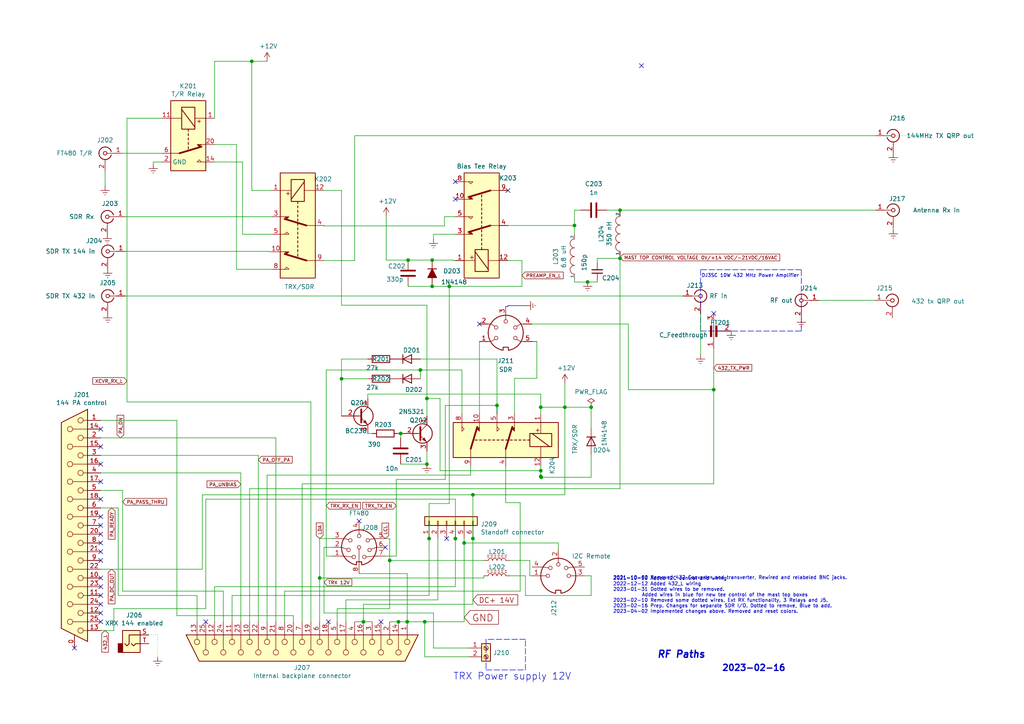
<source format=kicad_sch>
(kicad_sch (version 20230121) (generator eeschema)
  (paper "A4")
  (lib_symbols
    (symbol "AQsymbol-lib:Round-8" (pin_names (offset 1.016))
      (property "Reference" "J" (at 3.175 5.715 0))
      (property "Value" "Round-8" (at 2.032 -5.842 0))
      (symbol "Round-8_1_1"
        (pin passive line (at -7.62 -2.54 0) (length 2.54) (name "~") (number "1"))
        (pin passive line (at -7.62 0 0) (length 2.54) (name "~") (number "2"))
        (pin passive line (at -7.62 2.54 0) (length 2.54) (name "~") (number "3"))
        (pin passive line (at 0 7.62 270) (length 2.54) (name "~") (number "4"))
        (pin passive line (at 7.62 2.54 180) (length 2.54) (name "~") (number "5"))
        (pin passive line (at 7.62 0 180) (length 2.54) (name "~") (number "6"))
        (pin passive line (at 7.62 -2.54 180) (length 2.54) (name "~") (number "7"))
        (pin passive line (at 0 -7.62 90) (length 2.54) (name "~") (number "8"))
      )
    )
    (symbol "Connector:AudioJack2"
      (property "Reference" "J" (at 0 8.89 0))
      (property "Value" "AudioJack2" (at 0 6.35 0))
      (symbol "AudioJack2_1_1"
        (pin passive line (at 5.08 2.54 180) (length 2.54) (name "~") (number "S"))
        (pin passive line (at 5.08 0 180) (length 2.54) (name "~") (number "T"))
      )
    )
    (symbol "Connector:Conn_Coaxial" (pin_names (offset 1.016) hide)
      (property "Reference" "J" (at 0.254 3.048 0))
      (property "Value" "Conn_Coaxial" (at 2.921 0 90))
      (symbol "Conn_Coaxial_1_1"
        (pin passive line (at -5.08 0 0) (length 2.54) (name "In") (number "1"))
        (pin passive line (at 0 -5.08 90) (length 2.54) (name "Ext") (number "2"))
      )
    )
    (symbol "Connector:DB25_Female" (pin_names (offset 1.016) hide)
      (property "Reference" "J" (at 0 34.29 0))
      (property "Value" "DB25_Female" (at 0 -34.925 0))
      (symbol "DB25_Female_1_1"
        (pin passive line (at -7.62 30.48 0) (length 3.81) (name "1") (number "1"))
        (pin passive line (at -7.62 -15.24 0) (length 3.81) (name "10") (number "10"))
        (pin passive line (at -7.62 -20.32 0) (length 3.81) (name "11") (number "11"))
        (pin passive line (at -7.62 -25.4 0) (length 3.81) (name "12") (number "12"))
        (pin passive line (at -7.62 -30.48 0) (length 3.81) (name "13") (number "13"))
        (pin passive line (at -7.62 27.94 0) (length 3.81) (name "P14") (number "14"))
        (pin passive line (at -7.62 22.86 0) (length 3.81) (name "P15") (number "15"))
        (pin passive line (at -7.62 17.78 0) (length 3.81) (name "P16") (number "16"))
        (pin passive line (at -7.62 12.7 0) (length 3.81) (name "P17") (number "17"))
        (pin passive line (at -7.62 7.62 0) (length 3.81) (name "P18") (number "18"))
        (pin passive line (at -7.62 2.54 0) (length 3.81) (name "P19") (number "19"))
        (pin passive line (at -7.62 25.4 0) (length 3.81) (name "2") (number "2"))
        (pin passive line (at -7.62 -2.54 0) (length 3.81) (name "P20") (number "20"))
        (pin passive line (at -7.62 -7.62 0) (length 3.81) (name "P21") (number "21"))
        (pin passive line (at -7.62 -12.7 0) (length 3.81) (name "P22") (number "22"))
        (pin passive line (at -7.62 -17.78 0) (length 3.81) (name "P23") (number "23"))
        (pin passive line (at -7.62 -22.86 0) (length 3.81) (name "P24") (number "24"))
        (pin passive line (at -7.62 -27.94 0) (length 3.81) (name "P25") (number "25"))
        (pin passive line (at -7.62 20.32 0) (length 3.81) (name "3") (number "3"))
        (pin passive line (at -7.62 15.24 0) (length 3.81) (name "4") (number "4"))
        (pin passive line (at -7.62 10.16 0) (length 3.81) (name "5") (number "5"))
        (pin passive line (at -7.62 5.08 0) (length 3.81) (name "6") (number "6"))
        (pin passive line (at -7.62 0 0) (length 3.81) (name "7") (number "7"))
        (pin passive line (at -7.62 -5.08 0) (length 3.81) (name "8") (number "8"))
        (pin passive line (at -7.62 -10.16 0) (length 3.81) (name "9") (number "9"))
      )
    )
    (symbol "Connector:DB25_Female_MountingHoles" (pin_names (offset 1.016) hide)
      (property "Reference" "J" (at 0 36.83 0))
      (property "Value" "DB25_Female_MountingHoles" (at 0 34.925 0))
      (symbol "DB25_Female_MountingHoles_1_1"
        (pin passive line (at 0 -35.56 90) (length 3.81) (name "PAD") (number "0"))
        (pin passive line (at -7.62 30.48 0) (length 3.81) (name "1") (number "1"))
        (pin passive line (at -7.62 -15.24 0) (length 3.81) (name "10") (number "10"))
        (pin passive line (at -7.62 -20.32 0) (length 3.81) (name "11") (number "11"))
        (pin passive line (at -7.62 -25.4 0) (length 3.81) (name "12") (number "12"))
        (pin passive line (at -7.62 -30.48 0) (length 3.81) (name "13") (number "13"))
        (pin passive line (at -7.62 27.94 0) (length 3.81) (name "P14") (number "14"))
        (pin passive line (at -7.62 22.86 0) (length 3.81) (name "P15") (number "15"))
        (pin passive line (at -7.62 17.78 0) (length 3.81) (name "P16") (number "16"))
        (pin passive line (at -7.62 12.7 0) (length 3.81) (name "P17") (number "17"))
        (pin passive line (at -7.62 7.62 0) (length 3.81) (name "P18") (number "18"))
        (pin passive line (at -7.62 2.54 0) (length 3.81) (name "P19") (number "19"))
        (pin passive line (at -7.62 25.4 0) (length 3.81) (name "2") (number "2"))
        (pin passive line (at -7.62 -2.54 0) (length 3.81) (name "P20") (number "20"))
        (pin passive line (at -7.62 -7.62 0) (length 3.81) (name "P21") (number "21"))
        (pin passive line (at -7.62 -12.7 0) (length 3.81) (name "P22") (number "22"))
        (pin passive line (at -7.62 -17.78 0) (length 3.81) (name "P23") (number "23"))
        (pin passive line (at -7.62 -22.86 0) (length 3.81) (name "P24") (number "24"))
        (pin passive line (at -7.62 -27.94 0) (length 3.81) (name "P25") (number "25"))
        (pin passive line (at -7.62 20.32 0) (length 3.81) (name "3") (number "3"))
        (pin passive line (at -7.62 15.24 0) (length 3.81) (name "4") (number "4"))
        (pin passive line (at -7.62 10.16 0) (length 3.81) (name "5") (number "5"))
        (pin passive line (at -7.62 5.08 0) (length 3.81) (name "6") (number "6"))
        (pin passive line (at -7.62 0 0) (length 3.81) (name "7") (number "7"))
        (pin passive line (at -7.62 -5.08 0) (length 3.81) (name "8") (number "8"))
        (pin passive line (at -7.62 -10.16 0) (length 3.81) (name "9") (number "9"))
      )
    )
    (symbol "Connector:DIN-5" (pin_names (offset 1.016))
      (property "Reference" "J" (at 3.175 5.715 0))
      (property "Value" "DIN-5" (at 0 -6.35 0))
      (symbol "DIN-5_1_1"
        (pin passive line (at -7.62 -2.54 0) (length 2.54) (name "~") (number "1"))
        (pin passive line (at -7.62 2.54 0) (length 2.54) (name "~") (number "2"))
        (pin passive line (at 0 7.62 270) (length 2.54) (name "~") (number "3"))
        (pin passive line (at 7.62 2.54 180) (length 2.54) (name "~") (number "4"))
        (pin passive line (at 7.62 -2.54 180) (length 2.54) (name "~") (number "5"))
      )
    )
    (symbol "Connector:DIN-5_180degree" (pin_names (offset 1.016))
      (property "Reference" "J" (at 3.175 5.715 0))
      (property "Value" "DIN-5_180degree" (at 0 -6.35 0))
      (symbol "DIN-5_180degree_1_1"
        (pin passive line (at -7.62 0 0) (length 2.54) (name "~") (number "1"))
        (pin passive line (at 0 7.62 270) (length 2.54) (name "~") (number "2"))
        (pin passive line (at 7.62 0 180) (length 2.54) (name "~") (number "3"))
        (pin passive line (at -7.62 2.54 0) (length 2.54) (name "~") (number "4"))
        (pin passive line (at 7.62 2.54 180) (length 2.54) (name "~") (number "5"))
      )
    )
    (symbol "Connector:Screw_Terminal_01x02" (pin_names (offset 1.016) hide)
      (property "Reference" "J" (at 0 2.54 0))
      (property "Value" "Screw_Terminal_01x02" (at 0 -5.08 0))
      (symbol "Screw_Terminal_01x02_1_1"
        (pin passive line (at -5.08 0 0) (length 3.81) (name "Pin_1") (number "1"))
        (pin passive line (at -5.08 -2.54 0) (length 3.81) (name "Pin_2") (number "2"))
      )
    )
    (symbol "Connector_Generic:Conn_01x06" (pin_names (offset 1.016) hide)
      (property "Reference" "J" (at 0 7.62 0))
      (property "Value" "Conn_01x06" (at 0 -10.16 0))
      (symbol "Conn_01x06_1_1"
        (pin passive line (at -5.08 5.08 0) (length 3.81) (name "Pin_1") (number "1"))
        (pin passive line (at -5.08 2.54 0) (length 3.81) (name "Pin_2") (number "2"))
        (pin passive line (at -5.08 0 0) (length 3.81) (name "Pin_3") (number "3"))
        (pin passive line (at -5.08 -2.54 0) (length 3.81) (name "Pin_4") (number "4"))
        (pin passive line (at -5.08 -5.08 0) (length 3.81) (name "Pin_5") (number "5"))
        (pin passive line (at -5.08 -7.62 0) (length 3.81) (name "Pin_6") (number "6"))
      )
    )
    (symbol "Device:C" (pin_numbers hide) (pin_names (offset 0.254))
      (property "Reference" "C" (at 0.635 2.54 0))
      (property "Value" "C" (at 0.635 -2.54 0))
      (symbol "C_1_1"
        (pin passive line (at 0 3.81 270) (length 2.794) (name "~") (number "1"))
        (pin passive line (at 0 -3.81 90) (length 2.794) (name "~") (number "2"))
      )
    )
    (symbol "Device:C_Feedthrough" (pin_names (offset 0.254) hide)
      (property "Reference" "C" (at 0 7.62 0))
      (property "Value" "C_Feedthrough" (at 0 5.715 0))
      (symbol "C_Feedthrough_1_1"
        (pin passive line (at -5.08 2.54 0) (length 2.54) (name "1") (number "1"))
        (pin passive line (at 0 -2.54 90) (length 2.54) (name "2") (number "2"))
        (pin passive line (at 5.08 2.54 180) (length 2.54) (name "3") (number "3"))
      )
    )
    (symbol "Device:C_Small" (pin_numbers hide) (pin_names (offset 0.254) hide)
      (property "Reference" "C" (at 0.254 1.778 0))
      (property "Value" "C_Small" (at 0.254 -2.032 0))
      (symbol "C_Small_1_1"
        (pin passive line (at 0 2.54 270) (length 2.032) (name "~") (number "1"))
        (pin passive line (at 0 -2.54 90) (length 2.032) (name "~") (number "2"))
      )
    )
    (symbol "Device:D_Filled" (pin_numbers hide) (pin_names (offset 1.016) hide)
      (property "Reference" "D" (at 0 2.54 0))
      (property "Value" "D_Filled" (at 0 -2.54 0))
      (symbol "D_Filled_1_1"
        (pin passive line (at -3.81 0 0) (length 2.54) (name "K") (number "1"))
        (pin passive line (at 3.81 0 180) (length 2.54) (name "A") (number "2"))
      )
    )
    (symbol "Device:L_Ferrite" (pin_numbers hide) (pin_names (offset 1.016) hide)
      (property "Reference" "L" (at -1.27 0 90))
      (property "Value" "L_Ferrite" (at 2.794 0 90))
      (symbol "L_Ferrite_1_1"
        (pin passive line (at 0 3.81 270) (length 1.27) (name "1") (number "1"))
        (pin passive line (at 0 -3.81 90) (length 1.27) (name "2") (number "2"))
      )
    )
    (symbol "Device:R" (pin_numbers hide) (pin_names (offset 0))
      (property "Reference" "R" (at 2.032 0 90))
      (property "Value" "R" (at 0 0 90))
      (symbol "R_1_1"
        (pin passive line (at 0 3.81 270) (length 1.27) (name "~") (number "1"))
        (pin passive line (at 0 -3.81 90) (length 1.27) (name "~") (number "2"))
      )
    )
    (symbol "Diode:1N4148" (pin_numbers hide) (pin_names (offset 1.016) hide)
      (property "Reference" "D" (at 0 2.54 0))
      (property "Value" "1N4148" (at 0 -2.54 0))
      (symbol "1N4148_1_1"
        (pin passive line (at -3.81 0 0) (length 2.54) (name "K") (number "1"))
        (pin passive line (at 3.81 0 180) (length 2.54) (name "A") (number "2"))
      )
    )
    (symbol "Relay:G6S-2"
      (property "Reference" "K" (at 16.51 3.81 0))
      (property "Value" "G6S-2" (at 16.51 1.27 0))
      (symbol "G6S-2_0_0"
        (text "+" (at -9.271 2.921 0) (effects (font (size 1.27 1.27))))
      )
      (symbol "G6S-2_1_1"
        (pin passive line (at -10.16 7.62 270) (length 2.54) (name "~") (number "1"))
        (pin passive line (at 7.62 7.62 270) (length 2.54) (name "~") (number "10"))
        (pin passive line (at -10.16 -7.62 90) (length 2.54) (name "~") (number "12"))
        (pin passive line (at -2.54 7.62 270) (length 2.54) (name "~") (number "3"))
        (pin passive line (at 0 -7.62 90) (length 2.54) (name "~") (number "4"))
        (pin passive line (at 2.54 7.62 270) (length 2.54) (name "~") (number "5"))
        (pin passive line (at 12.7 7.62 270) (length 2.54) (name "~") (number "8"))
        (pin passive line (at 10.16 -7.62 90) (length 2.54) (name "~") (number "9"))
      )
    )
    (symbol "Relay:HF3-56"
      (property "Reference" "K" (at 11.43 3.81 0))
      (property "Value" "HF3-56" (at 11.43 1.27 0))
      (symbol "HF3-56_0_0"
        (text "+" (at -4.191 3.048 0) (effects (font (size 1.27 1.27))))
      )
      (symbol "HF3-56_1_1"
        (pin passive line (at -5.08 7.62 270) (length 2.54) (name "~") (number "1"))
        (pin passive line (at 7.62 -7.62 90) (length 2.54) hide (name "GND") (number "10"))
        (pin passive line (at -5.08 -7.62 90) (length 2.54) (name "~") (number "11"))
        (pin passive line (at 7.62 -7.62 90) (length 2.54) hide (name "GND") (number "12"))
        (pin passive line (at 7.62 -7.62 90) (length 2.54) hide (name "GND") (number "13"))
        (pin passive line (at 7.62 7.62 270) (length 2.54) (name "~") (number "14"))
        (pin passive line (at 7.62 -7.62 90) (length 2.54) hide (name "GND") (number "15"))
        (pin passive line (at 7.62 -7.62 90) (length 2.54) hide (name "GND") (number "17"))
        (pin passive line (at 7.62 -7.62 90) (length 2.54) hide (name "GND") (number "19"))
        (pin power_in line (at 7.62 -7.62 90) (length 2.54) (name "GND") (number "2"))
        (pin passive line (at 2.54 7.62 270) (length 2.54) (name "~") (number "20"))
        (pin passive line (at 7.62 -7.62 90) (length 2.54) hide (name "GND") (number "21"))
        (pin passive line (at 7.62 -7.62 90) (length 2.54) hide (name "GND") (number "22"))
        (pin passive line (at 7.62 -7.62 90) (length 2.54) hide (name "GND") (number "5"))
        (pin passive line (at 5.08 -7.62 90) (length 2.54) (name "~") (number "6"))
        (pin passive line (at 7.62 -7.62 90) (length 2.54) hide (name "GND") (number "7"))
      )
    )
    (symbol "Transistor_BJT:BC548" (pin_names (offset 0) hide)
      (property "Reference" "Q" (at 5.08 1.905 0))
      (property "Value" "BC548" (at 5.08 0 0))
      (symbol "BC548_1_1"
        (pin passive line (at 2.54 5.08 270) (length 2.54) (name "C") (number "1"))
        (pin input line (at -5.08 0 0) (length 5.08) (name "B") (number "2"))
        (pin passive line (at 2.54 -5.08 90) (length 2.54) (name "E") (number "3"))
      )
    )
    (symbol "power:+12V" (power) (pin_names (offset 0))
      (property "Value" "+12V" (at 0 3.556 0))
      (symbol "+12V_1_1"
        (pin power_in line (at 0 0 90) (length 0) hide (name "+12V") (number "1"))
      )
    )
    (symbol "power:Earth" (power) (pin_names (offset 0))
      (symbol "Earth_1_1"
        (pin power_in line (at 0 0 270) (length 0) hide (name "Earth") (number "1"))
      )
    )
    (symbol "power:PWR_FLAG" (power) (pin_numbers hide) (pin_names (offset 0) hide)
      (property "Value" "PWR_FLAG" (at 0 3.81 0))
      (symbol "PWR_FLAG_0_0"
        (pin power_out line (at 0 0 90) (length 0) (name "pwr") (number "1"))
      )
    )
    (symbol "pspice:INDUCTOR" (pin_numbers hide) (pin_names (offset 0))
      (property "Reference" "L" (at 0 2.54 0))
      (property "Value" "INDUCTOR" (at 0 -1.27 0))
      (symbol "INDUCTOR_1_1"
        (pin input line (at -6.35 0 0) (length 1.27) (name "1") (number "1"))
        (pin input line (at 6.35 0 180) (length 1.27) (name "2") (number "2"))
      )
    )
  )
  (junction (at 99.06 109.855))
  (junction (at 171.45 118.11))
  (junction (at 123.825 134.62))
  (junction (at 163.83 118.11) (diameter 0.9144))
  (junction (at 137.16 156.21) (diameter 0.9144))
  (junction (at 118.11 180.34) (diameter 0.9144))
  (junction (at 116.205 125.73))
  (junction (at 105.41 180.34) (diameter 0.9144))
  (junction (at 130.302 83.058))
  (junction (at 156.845 138.176))
  (junction (at 73.025 17.78))
  (junction (at 118.364 75.438))
  (junction (at 207.01 113.03))
  (junction (at 132.08 156.21))
  (junction (at 113.03 162.56) (diameter 0.9144))
  (junction (at 179.832 74.93))
  (junction (at 121.92 107.315))
  (junction (at 170.434 81.788))
  (junction (at 137.16 143.51) (diameter 0.9144))
  (junction (at 166.624 65.405))
  (junction (at 92.71 167.64))
  (junction (at 124.46 156.21))
  (junction (at 125.349 83.058) (diameter 0.9144))
  (junction (at 156.845 118.11))
  (junction (at 123.825 115.57))
  (junction (at 115.57 180.34) (diameter 0.9144))
  (junction (at 125.349 75.438) (diameter 0.9144))
  (junction (at 123.19 180.34) (diameter 0.9144))
  (junction (at 179.832 60.96))
  (junction (at 144.145 117.602))
  (junction (at 156.845 136.525))
  (junction (at 156.972 138.43))
  (junction (at 134.62 157.48) (diameter 0.9144))
  (no_connect (at 29.21 172.72))
  (no_connect (at 29.21 167.64))
  (no_connect (at 29.21 139.7))
  (no_connect (at 29.21 149.86))
  (no_connect (at 21.59 187.96))
  (no_connect (at 59.69 180.34))
  (no_connect (at 29.21 144.78))
  (no_connect (at 207.01 90.932))
  (no_connect (at 111.76 158.75))
  (no_connect (at 29.21 177.8))
  (no_connect (at 29.21 129.54))
  (no_connect (at 132.08 52.705))
  (no_connect (at 110.49 180.34))
  (no_connect (at 29.21 175.26))
  (no_connect (at 104.14 151.13))
  (no_connect (at 29.21 180.34))
  (no_connect (at 186.055 19.05))
  (no_connect (at 29.21 134.62))
  (no_connect (at 29.21 154.94))
  (no_connect (at 29.21 160.02))
  (no_connect (at 29.21 157.48))
  (no_connect (at 95.25 180.34))
  (no_connect (at 29.21 152.4))
  (no_connect (at 132.08 57.785))
  (no_connect (at 29.21 162.56))
  (no_connect (at 29.21 124.46))
  (no_connect (at 147.32 55.245))
  (no_connect (at 129.54 156.21))
  (no_connect (at 29.21 170.18))
  (no_connect (at 139.065 93.98))
  (wire (pts (xy 121.92 107.315) (xy 121.92 109.855)))
  (wire (pts (xy 112.014 62.738) (xy 112.014 75.438)))
  (wire (pts (xy 156.845 136.525) (xy 156.845 138.176)))
  (wire (pts (xy 153.67 162.56) (xy 153.67 167.005)))
  (wire (pts (xy 59.69 176.53) (xy 59.69 144.78)))
  (wire (pts (xy 131.445 75.565) (xy 132.08 75.565)))
  (wire (pts (xy 123.825 115.57) (xy 123.825 120.65)))
  (wire (pts (xy 124.46 146.05) (xy 130.302 146.05)))
  (wire (pts (xy 166.624 65.405) (xy 166.624 68.072)))
  (wire (pts (xy 156.845 136.525) (xy 156.845 135.255)))
  (wire (pts (xy 82.55 171.45) (xy 150.876 171.45)))
  (wire (pts (xy 43.18 184.15) (xy 45.72 184.15)) (stroke (width 0) (type dot)))
  (wire (pts (xy 29.21 147.32) (xy 34.29 147.32)))
  (wire (pts (xy 118.364 83.058) (xy 125.349 83.058)))
  (wire (pts (xy 132.08 156.21) (xy 132.08 170.18)))
  (wire (pts (xy 69.85 180.34) (xy 69.85 137.16)))
  (polyline (pts (xy 203.2 96.012) (xy 232.41 96.012)) (stroke (width 0) (type dash)))
  (wire (pts (xy 156.972 138.43) (xy 171.45 138.43)))
  (wire (pts (xy 118.11 180.34) (xy 123.19 180.34)))
  (wire (pts (xy 152.4 172.72) (xy 152.4 167.005)))
  (wire (pts (xy 78.105 72.898) (xy 36.322 72.898)))
  (wire (pts (xy 134.62 157.48) (xy 134.62 156.21)))
  (wire (pts (xy 134.62 157.48) (xy 134.62 180.34)))
  (wire (pts (xy 116.205 125.73) (xy 116.205 127)))
  (wire (pts (xy 36.83 116.586) (xy 36.83 34.29)))
  (wire (pts (xy 163.83 118.11) (xy 171.45 118.11)))
  (wire (pts (xy 127 173.99) (xy 127 156.21)))
  (wire (pts (xy 58.674 143.51) (xy 58.674 165.1)))
  (wire (pts (xy 151.384 83.058) (xy 151.384 75.565)))
  (wire (pts (xy 85.09 180.34) (xy 85.09 178.562)))
  (wire (pts (xy 72.39 141.732) (xy 179.832 141.732)))
  (wire (pts (xy 30.48 49.53) (xy 30.48 53.975)))
  (wire (pts (xy 87.63 180.34) (xy 87.63 140.335)))
  (wire (pts (xy 105.41 180.34) (xy 105.41 175.26)))
  (wire (pts (xy 74.93 132.08) (xy 74.93 180.34)))
  (wire (pts (xy 106.68 114.3) (xy 156.845 114.3)))
  (wire (pts (xy 94.615 107.315) (xy 94.615 161.29)))
  (wire (pts (xy 161.925 157.48) (xy 161.925 159.385)))
  (polyline (pts (xy 232.41 96.012) (xy 232.41 78.232)) (stroke (width 0) (type dash)))
  (wire (pts (xy 73.025 55.245) (xy 73.025 17.78)))
  (wire (pts (xy 94.615 161.29) (xy 96.52 161.29)))
  (wire (pts (xy 112.014 75.438) (xy 118.364 75.438)))
  (wire (pts (xy 36.83 34.29) (xy 46.99 34.29)))
  (wire (pts (xy 155.702 109.728) (xy 155.702 99.06)))
  (wire (pts (xy 153.67 162.56) (xy 147.955 162.56)))
  (wire (pts (xy 34.29 147.32) (xy 34.29 172.72)))
  (wire (pts (xy 144.145 117.602) (xy 144.145 120.015)) (stroke (width 0) (color 0 0 194 1)))
  (wire (pts (xy 99.06 109.855) (xy 106.68 109.855)))
  (wire (pts (xy 173.228 74.93) (xy 179.832 74.93)))
  (wire (pts (xy 123.19 180.34) (xy 123.19 190.5)))
  (wire (pts (xy 125.73 67.945) (xy 132.08 67.945)))
  (wire (pts (xy 105.41 175.26) (xy 137.16 175.26)))
  (wire (pts (xy 62.23 41.91) (xy 68.58 41.91)))
  (polyline (pts (xy 232.41 78.232) (xy 203.2 78.232)) (stroke (width 0) (type dash)))
  (wire (pts (xy 170.434 81.788) (xy 173.228 81.788)))
  (wire (pts (xy 123.825 130.81) (xy 123.825 134.62)))
  (wire (pts (xy 93.98 65.532) (xy 93.98 65.405)))
  (wire (pts (xy 144.145 104.14) (xy 144.145 117.602)))
  (wire (pts (xy 156.845 118.11) (xy 163.576 118.11)))
  (wire (pts (xy 207.01 101.092) (xy 207.01 113.03)))
  (wire (pts (xy 152.4 172.72) (xy 171.45 172.72)))
  (wire (pts (xy 134.62 157.48) (xy 161.925 157.48)))
  (polyline (pts (xy 203.2 78.232) (xy 203.2 96.012)) (stroke (width 0) (type dash)))
  (wire (pts (xy 85.09 178.562) (xy 51.308 178.562)))
  (wire (pts (xy 147.32 65.405) (xy 166.624 65.405)))
  (wire (pts (xy 107.95 125.73) (xy 106.68 125.73)))
  (wire (pts (xy 129.159 139.065) (xy 114.935 139.065)))
  (wire (pts (xy 128.905 65.532) (xy 128.905 62.865)))
  (wire (pts (xy 163.83 143.51) (xy 137.16 143.51)))
  (wire (pts (xy 73.025 55.245) (xy 78.74 55.245)))
  (wire (pts (xy 64.77 171.45) (xy 64.77 180.34)))
  (wire (pts (xy 176.022 60.96) (xy 179.832 60.96)))
  (wire (pts (xy 33.02 182.88) (xy 33.02 176.53)))
  (wire (pts (xy 34.29 172.72) (xy 57.15 172.72)))
  (wire (pts (xy 72.39 141.732) (xy 72.39 180.34)))
  (wire (pts (xy 77.47 137.795) (xy 136.525 137.795)))
  (wire (pts (xy 97.79 176.53) (xy 113.03 176.53)))
  (wire (pts (xy 97.79 180.34) (xy 97.79 176.53)))
  (wire (pts (xy 113.03 156.21) (xy 111.76 156.21)))
  (wire (pts (xy 113.03 162.56) (xy 113.03 156.21)))
  (wire (pts (xy 113.03 176.53) (xy 113.03 162.56)))
  (wire (pts (xy 118.11 166.37) (xy 118.11 180.34)))
  (wire (pts (xy 256.54 39.37) (xy 263.525 39.37)) (stroke (width 0) (type dot)))
  (wire (pts (xy 118.364 75.438) (xy 125.349 75.438)))
  (wire (pts (xy 70.358 46.99) (xy 70.358 67.945)))
  (wire (pts (xy 139.065 99.06) (xy 139.065 120.015)))
  (wire (pts (xy 44.45 46.99) (xy 44.45 47.625)))
  (wire (pts (xy 90.17 180.34) (xy 90.17 116.586)))
  (wire (pts (xy 171.45 118.11) (xy 171.45 124.206)))
  (wire (pts (xy 124.46 156.21) (xy 124.46 146.05)))
  (wire (pts (xy 102.87 39.37) (xy 102.87 75.565)))
  (wire (pts (xy 78.105 73.025) (xy 78.74 73.025)))
  (wire (pts (xy 127.635 136.525) (xy 156.845 136.525)))
  (wire (pts (xy 131.445 75.565) (xy 131.445 75.438)))
  (wire (pts (xy 33.02 176.53) (xy 59.69 176.53)))
  (wire (pts (xy 93.98 177.8) (xy 125.73 177.8)))
  (wire (pts (xy 123.825 115.57) (xy 127.635 115.57)))
  (wire (pts (xy 147.32 88.9) (xy 147.32 88.646)) (stroke (width 0) (color 0 0 194 1)))
  (wire (pts (xy 128.905 62.865) (xy 132.08 62.865)))
  (wire (pts (xy 77.47 137.795) (xy 77.47 180.34)))
  (wire (pts (xy 92.71 156.21) (xy 92.71 167.64)))
  (wire (pts (xy 46.99 46.99) (xy 44.45 46.99)))
  (wire (pts (xy 123.825 88.519) (xy 123.825 115.57)))
  (wire (pts (xy 203.2 90.932) (xy 203.2 102.87)))
  (wire (pts (xy 156.845 138.43) (xy 156.972 138.43)) (stroke (width 0) (color 0 0 194 1)))
  (wire (pts (xy 115.57 180.34) (xy 118.11 180.34)))
  (wire (pts (xy 237.49 87.122) (xy 253.746 87.122)))
  (wire (pts (xy 115.57 125.73) (xy 116.205 125.73)))
  (wire (pts (xy 171.45 167.005) (xy 169.545 167.005)))
  (wire (pts (xy 133.985 107.315) (xy 133.985 120.015)))
  (wire (pts (xy 36.322 85.852) (xy 198.12 85.852)))
  (wire (pts (xy 147.32 88.646) (xy 152.654 88.646)) (stroke (width 0) (color 0 0 194 1)))
  (wire (pts (xy 146.685 88.9) (xy 147.32 88.9)) (stroke (width 0) (color 0 0 194 1)))
  (wire (pts (xy 163.83 118.11) (xy 163.83 143.51)))
  (wire (pts (xy 35.56 171.45) (xy 64.77 171.45)))
  (wire (pts (xy 99.06 104.14) (xy 106.68 104.14)))
  (wire (pts (xy 144.145 117.602) (xy 129.159 117.602)))
  (wire (pts (xy 102.87 39.37) (xy 254 39.37)))
  (wire (pts (xy 99.06 88.519) (xy 99.06 55.245)))
  (polyline (pts (xy 140.97 185.42) (xy 140.97 194.31)) (stroke (width 0) (type dash)))
  (wire (pts (xy 67.31 180.34) (xy 67.31 172.72)))
  (wire (pts (xy 62.23 170.18) (xy 132.08 170.18)))
  (wire (pts (xy 93.98 158.75) (xy 93.98 177.8)))
  (wire (pts (xy 62.23 180.34) (xy 62.23 170.18)))
  (wire (pts (xy 124.46 172.72) (xy 124.46 156.21)))
  (wire (pts (xy 93.98 65.532) (xy 128.905 65.532)))
  (wire (pts (xy 149.225 109.728) (xy 155.702 109.728)))
  (wire (pts (xy 29.21 182.88) (xy 33.02 182.88)))
  (wire (pts (xy 99.06 55.245) (xy 93.98 55.245)))
  (wire (pts (xy 155.702 99.06) (xy 154.305 99.06)) (stroke (width 0) (color 0 0 194 1)))
  (wire (pts (xy 113.03 162.56) (xy 140.335 162.56)))
  (wire (pts (xy 130.302 83.058) (xy 130.302 146.05)))
  (wire (pts (xy 78.74 78.105) (xy 68.58 78.105)))
  (wire (pts (xy 62.23 46.99) (xy 70.358 46.99)))
  (wire (pts (xy 133.985 107.315) (xy 121.92 107.315)))
  (wire (pts (xy 59.69 144.78) (xy 132.08 144.78)))
  (polyline (pts (xy 152.4 185.42) (xy 140.97 185.42)) (stroke (width 0) (type dash)))
  (wire (pts (xy 207.01 113.03) (xy 207.01 140.335)))
  (wire (pts (xy 57.15 172.72) (xy 57.15 180.34)))
  (wire (pts (xy 144.145 117.602) (xy 144.145 120.015)))
  (wire (pts (xy 87.63 140.335) (xy 207.01 140.335)))
  (wire (pts (xy 173.228 76.2) (xy 173.228 74.93)))
  (wire (pts (xy 153.67 167.005) (xy 154.305 167.005)))
  (wire (pts (xy 94.615 107.315) (xy 121.92 107.315)))
  (wire (pts (xy 96.52 158.75) (xy 93.98 158.75)))
  (wire (pts (xy 102.87 180.34) (xy 105.41 180.34)))
  (wire (pts (xy 78.74 67.945) (xy 70.358 67.945)))
  (wire (pts (xy 166.624 60.96) (xy 166.624 65.405)))
  (wire (pts (xy 156.845 138.176) (xy 156.972 138.176)))
  (wire (pts (xy 182.245 113.03) (xy 182.245 93.98)))
  (polyline (pts (xy 140.97 194.31) (xy 152.4 194.31)) (stroke (width 0) (type dash)))
  (wire (pts (xy 151.384 75.565) (xy 147.32 75.565)))
  (wire (pts (xy 173.228 81.28) (xy 173.228 81.788)))
  (wire (pts (xy 129.159 117.602) (xy 129.159 139.065)))
  (wire (pts (xy 156.972 138.43) (xy 156.972 138.176)) (stroke (width 0) (color 0 0 194 1)))
  (wire (pts (xy 121.92 104.14) (xy 144.145 104.14)))
  (wire (pts (xy 99.06 104.14) (xy 99.06 109.855)))
  (wire (pts (xy 62.23 17.78) (xy 73.025 17.78)))
  (wire (pts (xy 29.21 132.08) (xy 74.93 132.08)))
  (wire (pts (xy 90.17 116.586) (xy 36.83 116.586)))
  (wire (pts (xy 156.845 114.3) (xy 156.845 118.11)))
  (wire (pts (xy 179.832 60.96) (xy 254 60.96)))
  (wire (pts (xy 35.56 142.24) (xy 35.56 171.45)))
  (wire (pts (xy 73.025 17.78) (xy 77.47 17.78)))
  (wire (pts (xy 136.525 135.255) (xy 136.525 137.795)))
  (wire (pts (xy 29.21 142.24) (xy 35.56 142.24)))
  (wire (pts (xy 125.73 69.342) (xy 125.73 67.945)))
  (wire (pts (xy 156.845 138.43) (xy 156.845 138.176)) (stroke (width 0) (color 0 0 194 1)))
  (wire (pts (xy 150.876 171.45) (xy 150.876 145.796)))
  (wire (pts (xy 127.635 115.57) (xy 127.635 136.525)))
  (wire (pts (xy 116.205 134.62) (xy 123.825 134.62)))
  (polyline (pts (xy 152.4 194.31) (xy 152.4 185.42)) (stroke (width 0) (type dash)))
  (wire (pts (xy 58.674 143.51) (xy 137.16 143.51)))
  (wire (pts (xy 104.14 166.37) (xy 118.11 166.37)))
  (wire (pts (xy 156.845 138.176) (xy 156.972 138.176)) (stroke (width 0) (color 0 0 194 1)))
  (wire (pts (xy 179.832 74.168) (xy 179.832 74.93)))
  (wire (pts (xy 68.58 41.91) (xy 68.58 78.105)))
  (wire (pts (xy 132.08 144.78) (xy 132.08 156.21)))
  (wire (pts (xy 45.72 184.15) (xy 45.72 190.5)) (stroke (width 0) (type dot)))
  (wire (pts (xy 114.935 161.29) (xy 111.76 161.29)))
  (wire (pts (xy 166.624 60.96) (xy 168.402 60.96)))
  (wire (pts (xy 82.55 180.34) (xy 82.55 171.45)))
  (wire (pts (xy 179.832 60.96) (xy 179.832 61.468)))
  (wire (pts (xy 80.01 127) (xy 80.01 180.34)))
  (wire (pts (xy 125.349 83.058) (xy 130.302 83.058)))
  (wire (pts (xy 166.624 80.772) (xy 166.624 81.788)))
  (wire (pts (xy 171.45 138.43) (xy 171.45 131.826)))
  (wire (pts (xy 67.31 172.72) (xy 124.46 172.72)))
  (wire (pts (xy 146.685 145.796) (xy 146.685 135.255)))
  (wire (pts (xy 207.01 113.03) (xy 182.245 113.03)))
  (wire (pts (xy 29.21 121.92) (xy 51.308 121.92)))
  (wire (pts (xy 29.21 127) (xy 80.01 127)))
  (wire (pts (xy 99.06 109.855) (xy 99.06 120.65)))
  (wire (pts (xy 182.245 93.98) (xy 154.305 93.98)))
  (wire (pts (xy 62.23 34.29) (xy 62.23 17.78)))
  (wire (pts (xy 125.73 187.96) (xy 125.73 177.8)))
  (wire (pts (xy 171.45 172.72) (xy 171.45 167.005)))
  (wire (pts (xy 156.845 118.11) (xy 156.845 120.015)))
  (wire (pts (xy 92.71 156.21) (xy 96.52 156.21)))
  (wire (pts (xy 92.71 180.34) (xy 92.71 167.64)))
  (wire (pts (xy 123.19 180.34) (xy 134.62 180.34)))
  (wire (pts (xy 113.03 180.34) (xy 115.57 180.34)))
  (wire (pts (xy 179.832 74.93) (xy 179.832 141.732)))
  (wire (pts (xy 69.85 137.16) (xy 29.21 137.16)))
  (wire (pts (xy 130.302 83.058) (xy 151.384 83.058)))
  (wire (pts (xy 78.105 73.025) (xy 78.105 72.898)))
  (wire (pts (xy 147.955 167.005) (xy 152.4 167.005)))
  (wire (pts (xy 149.225 120.015) (xy 149.225 109.728)))
  (wire (pts (xy 156.845 138.176) (xy 156.845 138.43)))
  (wire (pts (xy 170.434 81.788) (xy 166.624 81.788)))
  (wire (pts (xy 29.21 165.1) (xy 58.674 165.1)))
  (wire (pts (xy 123.825 88.519) (xy 99.06 88.519)))
  (wire (pts (xy 131.445 75.438) (xy 125.349 75.438)))
  (wire (pts (xy 114.935 139.065) (xy 114.935 161.29)))
  (wire (pts (xy 150.876 145.796) (xy 146.685 145.796)))
  (wire (pts (xy 100.33 173.99) (xy 127 173.99)))
  (wire (pts (xy 100.33 180.34) (xy 100.33 173.99)))
  (wire (pts (xy 137.16 175.26) (xy 137.16 156.21)))
  (wire (pts (xy 259.08 66.04) (xy 259.08 66.548)))
  (wire (pts (xy 36.195 62.865) (xy 78.74 62.865)))
  (wire (pts (xy 35.56 44.45) (xy 46.99 44.45)))
  (wire (pts (xy 135.89 187.96) (xy 125.73 187.96)))
  (wire (pts (xy 92.71 167.64) (xy 140.335 167.64)))
  (wire (pts (xy 123.19 190.5) (xy 135.89 190.5)))
  (wire (pts (xy 105.41 180.34) (xy 107.95 180.34)))
  (wire (pts (xy 51.308 121.92) (xy 51.308 178.562)))
  (wire (pts (xy 140.335 167.64) (xy 140.335 167.005)))
  (wire (pts (xy 106.68 115.57) (xy 106.68 114.3)))
  (wire (pts (xy 93.98 75.565) (xy 102.87 75.565)))
  (wire (pts (xy 137.16 143.51) (xy 137.16 156.21)))
  (wire (pts (xy 163.83 111.125) (xy 163.83 118.11)))
  (text "2023-02-16" (at 227.965 194.945 0) (effects (font (size 1.8 1.8) (thickness 0.36) bold) (justify right bottom)))
  (text "DJ3SC 10W 432 MHz Power Amplifier" (at 231.775 80.645 0) (effects (font (size 0.9906 0.9906)) (justify right bottom)))
  (text "2021-10-10 Added I2C control and wiring\n2022-12-12 Added 432_L wiring\n2023-01-31 Dotted wires to be removed. \n           Added wires in blue for new tee control of the mast top boxes\n2023-02-10 Removed some dotted wires, Ext RX functionality, 3 Relays and J5.\n2023-02-16 Prep. Changes for separate SDR I/O. Dotted to remove, Blue to add.\n2023-04-02 Implemented changes above. Removed and reset colors." (at 177.8 178.054 0) (effects (font (size 0.9906 0.9906)) (justify left bottom)))
  (text "TRX Power supply 12V" (at 165.735 197.485 0) (effects (font (size 2.0066 2.0066)) (justify right bottom)))
  (text "2021-10-02 Removed 432 Converter and transverter, Rewired and relabeled BNC jacks." (at 177.8 168.275 0) (effects (font (size 0.9906 0.9906)) (justify left bottom)))
  (text "RF Paths" (at 190.5 191.135 0) (effects (font (size 2.0066 2.0066) (thickness 0.4013) bold italic) (justify left bottom)))
  (global_label "TRX 12V" (shape input) (at 93.98 168.91 0) (effects (font (size 0.9906 0.9906))) (property "Intersheetrefs" "${INTERSHEET_REFS}" (effects hide)))
  (global_label "TRX_TX_EN" (shape input) (at 114.935 146.685 180) (effects (font (size 0.9906 0.9906))) (property "Intersheetrefs" "${INTERSHEET_REFS}" (effects hide)))
  (global_label "PA_ON" (shape input) (at 34.925 127 90) (effects (font (size 0.9906 0.9906))) (property "Intersheetrefs" "${INTERSHEET_REFS}" (effects hide)))
  (global_label "PA_OFF_PA" (shape input) (at 74.93 133.35 0) (effects (font (size 0.9906 0.9906))) (property "Intersheetrefs" "${INTERSHEET_REFS}" (effects hide)))
  (global_label "PA_READY" (shape input) (at 32.385 147.32 270) (effects (font (size 0.9906 0.9906))) (property "Intersheetrefs" "${INTERSHEET_REFS}" (effects hide)))
  (global_label "MAST TOP CONTROL VOLTAGE 0V{slash}+14 VDC{slash}-21VDC{slash}16VAC" (shape input) (at 179.832 74.676 0) (effects (font (size 0.9906 0.9906))) (property "Intersheetrefs" "${INTERSHEET_REFS}" (effects hide)))
  (global_label "432_TX_PWR" (shape input) (at 207.01 106.68 0) (effects (font (size 0.9906 0.9906))) (property "Intersheetrefs" "${INTERSHEET_REFS}" (effects hide)))
  (global_label "GND" (shape input) (at 134.62 179.07 0) (effects (font (size 2.0066 2.0066))) (property "Intersheetrefs" "${INTERSHEET_REFS}" (effects hide)))
  (global_label "432_L" (shape input) (at 30.48 182.88 270) (effects (font (size 0.9906 0.9906))) (property "Intersheetrefs" "${INTERSHEET_REFS}" (effects hide)))
  (global_label "LCL" (shape input) (at 111.76 156.21 90) (effects (font (size 0.9906 0.9906))) (property "Intersheetrefs" "${INTERSHEET_REFS}" (effects hide)))
  (global_label "LDA" (shape input) (at 92.71 156.21 90) (effects (font (size 0.9906 0.9906))) (property "Intersheetrefs" "${INTERSHEET_REFS}" (effects hide)))
  (global_label "XCVR_RX_L" (shape input) (at 36.83 110.49 180) (effects (font (size 0.9906 0.9906))) (property "Intersheetrefs" "${INTERSHEET_REFS}" (effects hide)))
  (global_label "PA_UNBIAS" (shape input) (at 69.85 140.462 180) (effects (font (size 0.9906 0.9906))) (property "Intersheetrefs" "${INTERSHEET_REFS}" (effects hide)))
  (global_label "PA_PASS_THRU" (shape input) (at 35.56 145.542 0) (effects (font (size 0.9906 0.9906))) (property "Intersheetrefs" "${INTERSHEET_REFS}" (effects hide)))
  (global_label "PREAMP_EN_L" (shape input) (at 151.384 79.883 0) (effects (font (size 0.9906 0.9906))) (property "Intersheetrefs" "${INTERSHEET_REFS}" (effects hide)))
  (global_label "PA_DC_OUT" (shape input) (at 32.385 165.1 270) (effects (font (size 0.9906 0.9906))) (property "Intersheetrefs" "${INTERSHEET_REFS}" (effects hide)))
  (global_label "TRX_RX_EN" (shape input) (at 94.615 146.685 0) (effects (font (size 0.9906 0.9906))) (property "Intersheetrefs" "${INTERSHEET_REFS}" (effects hide)))
  (global_label "DC+ 14V" (shape input) (at 137.16 173.99 0) (effects (font (size 1.5 1.5))) (property "Intersheetrefs" "${INTERSHEET_REFS}" (effects hide)))
  (symbol (lib_id "Relay:HF3-56") (at 54.61 39.37 270) (unit 1)
    (property "Reference" "K201" (at 54.61 24.9682 90))
    (property "Value" "T/R Relay" (at 54.61 27.2796 90))
    (property "Footprint" "Relay_SMD:Relay_SPDT_AXICOM_HF3Series_50ohms_Pitch1.27mm" (effects hide))
    (property "Datasheet" "http://hiqsdr.com/images/3/3e/Axicom-HF3.pdf" (effects hide))
  )
  (symbol (lib_id "Connector:Conn_Coaxial") (at 30.48 44.45 0) (mirror y) (unit 1)
    (property "Reference" "J202" (at 30.48 40.64 0))
    (property "Value" "FT480 T/R" (at 21.59 44.45 0))
    (property "Datasheet" " ~" (effects hide))
  )
  (symbol (lib_id "Connector:Conn_Coaxial") (at 259.08 39.37 0) (unit 1)
    (property "Reference" "J216" (at 257.81 34.29 0) (effects (justify left)))
    (property "Value" "144MHz TX QRP out" (at 262.89 39.37 0) (effects (justify left)))
    (property "Datasheet" " ~" (effects hide))
  )
  (symbol (lib_id "Connector:Conn_Coaxial") (at 203.2 85.852 0) (unit 1)
    (property "Reference" "J213" (at 199.136 82.804 0) (effects (justify left)))
    (property "Value" "RF in" (at 205.74 85.852 0) (effects (justify left)))
    (property "Datasheet" " ~" (effects hide))
  )
  (symbol (lib_id "Connector:Conn_Coaxial") (at 232.41 87.122 0) (mirror y) (unit 1)
    (property "Reference" "J214" (at 234.696 83.566 0))
    (property "Value" "RF out" (at 226.568 87.122 0))
    (property "Datasheet" " ~" (effects hide))
  )
  (symbol (lib_id "pspice:INDUCTOR") (at 179.832 67.818 90) (unit 1)
    (property "Reference" "L204" (at 174.371 67.818 0))
    (property "Value" "350 nH" (at 176.6824 67.818 0))
  )
  (symbol (lib_id "Device:C_Small") (at 173.228 78.74 180) (unit 1)
    (property "Reference" "C204" (at 179.705 80.645 0) (effects (justify left)))
    (property "Value" "150p" (at 169.418 73.66 90) (effects (justify left)))
  )
  (symbol (lib_id "Connector:Conn_Coaxial") (at 259.08 60.96 0) (unit 1)
    (property "Reference" "J217" (at 257.81 57.658 0) (effects (justify left)))
    (property "Value" "Antenna Rx In" (at 264.795 60.96 0) (effects (justify left)))
    (property "Datasheet" " ~" (effects hide))
  )
  (symbol (lib_id "power:+12V") (at 77.47 17.78 0) (unit 1)
    (property "Reference" "#PWR0207" (effects hide))
    (property "Value" "+12V" (at 77.851 13.3858 0))
  )
  (symbol (lib_id "Connector_Generic:Conn_01x06") (at 129.54 151.13 90) (unit 1)
    (property "Reference" "J209" (at 139.3952 152.0444 90) (effects (justify right)))
    (property "Value" "Standoff connector" (at 139.3952 154.3558 90) (effects (justify right)))
  )
  (symbol (lib_id "Connector:DB25_Female") (at 87.63 187.96 270) (unit 1)
    (property "Reference" "J207" (at 87.63 193.675 90))
    (property "Value" "Internal backplane connector" (at 87.63 195.9864 90))
    (property "Datasheet" " ~" (effects hide))
  )
  (symbol (lib_id "Connector:DB25_Female_MountingHoles") (at 21.59 152.4 0) (mirror y) (unit 1)
    (property "Reference" "J201" (at 23.6728 114.5032 0))
    (property "Value" "144 PA control" (at 23.6728 116.8146 0))
    (property "Datasheet" " ~" (effects hide))
  )
  (symbol (lib_id "Device:C_Feedthrough") (at 209.55 96.012 90) (unit 1)
    (property "Reference" "FT201" (at 211.8868 93.5736 90) (effects (justify left)))
    (property "Value" "C_Feedthrough" (at 205.2828 97.155 90) (effects (justify left)))
  )
  (symbol (lib_id "AQsymbol-lib:Round-8") (at 104.14 158.75 0) (unit 1)
    (property "Reference" "J208" (at 107.315 153.035 0))
    (property "Value" "FT480" (at 104.14 148.844 0))
    (property "Datasheet" "http://www.mouser.com/ds/2/18/40_c091_abd_e-75918.pdf" (effects hide))
  )
  (symbol (lib_id "Connector:Screw_Terminal_01x02") (at 140.97 187.96 0) (unit 1)
    (property "Reference" "J210" (at 143.002 189.3316 0) (effects (justify left)))
    (property "Value" "Screw_Terminal_01x02" (effects hide))
  )
  (symbol (lib_id "Connector:AudioJack2") (at 38.1 186.69 0) (unit 1)
    (property "Reference" "J206" (at 38.9128 178.435 0))
    (property "Value" "XRX 144 enabled" (at 38.9128 180.7464 0))
  )
  (symbol (lib_id "power:Earth") (at 45.72 190.5 0) (unit 1)
    (property "Reference" "#PWR0206" (effects hide))
    (property "Value" "Earth" (effects hide))
  )
  (symbol (lib_id "Device:L_Ferrite") (at 144.145 167.005 90) (unit 1)
    (property "Reference" "L202" (at 144.145 164.465 90))
    (property "Value" "L_Ferrite" (effects hide))
  )
  (symbol (lib_id "power:Earth") (at 125.73 69.342 0) (unit 1)
    (property "Reference" "#PWR0210" (effects hide))
    (property "Value" "Earth" (effects hide))
  )
  (symbol (lib_id "Connector:Conn_Coaxial") (at 31.242 85.852 0) (mirror y) (unit 1)
    (property "Reference" "J205" (at 31.242 82.042 0))
    (property "Value" "SDR TX 432 in" (at 20.447 85.852 0))
    (property "Datasheet" " ~" (effects hide))
  )
  (symbol (lib_id "pspice:INDUCTOR") (at 166.624 74.422 90) (unit 1)
    (property "Reference" "L203" (at 161.163 74.422 0))
    (property "Value" "6.8 uH" (at 163.4744 74.422 0))
  )
  (symbol (lib_id "power:Earth") (at 152.654 88.646 90) (unit 1)
    (property "Reference" "#PWR0211" (effects hide))
    (property "Value" "Earth" (effects hide))
  )
  (symbol (lib_id "power:Earth") (at 170.434 81.788 0) (unit 1)
    (property "Reference" "#PWR0213" (effects hide))
    (property "Value" "Earth" (effects hide))
  )
  (symbol (lib_id "Connector:Conn_Coaxial") (at 258.826 87.122 0) (unit 1)
    (property "Reference" "J215" (at 256.54 83.566 0))
    (property "Value" "432 tx QRP out" (at 272.034 87.376 0))
    (property "Datasheet" " ~" (effects hide))
  )
  (symbol (lib_id "Device:C") (at 116.205 130.81 180) (unit 1)
    (property "Reference" "C201" (at 117.475 133.35 0) (effects (justify right)))
    (property "Value" "10n" (at 111.76 135.89 0) (effects (justify right)))
  )
  (symbol (lib_id "power:Earth") (at 30.48 53.975 0) (unit 1)
    (property "Reference" "#PWR0201" (effects hide))
    (property "Value" "Earth" (effects hide))
  )
  (symbol (lib_id "Transistor_BJT:BC548") (at 104.14 120.65 0) (unit 1)
    (property "Reference" "Q201" (at 101.6 116.84 0) (effects (justify left)))
    (property "Value" "BC238" (at 100.076 124.968 0) (effects (justify left)))
    (property "Footprint" "Package_TO_SOT_THT:TO-92_Inline" (effects hide))
    (property "Datasheet" "https://www.onsemi.com/pub/Collateral/BC550-D.pdf" (effects hide))
  )
  (symbol (lib_id "power:Earth") (at 203.2 102.87 0) (unit 1)
    (property "Reference" "#PWR0214" (effects hide))
    (property "Value" "Earth" (effects hide))
  )
  (symbol (lib_id "Device:L_Ferrite") (at 144.145 162.56 90) (unit 1)
    (property "Reference" "L201" (at 144.145 160.02 90))
    (property "Value" "L_Ferrite" (effects hide))
  )
  (symbol (lib_id "Device:R") (at 111.76 125.73 90) (unit 1)
    (property "Reference" "R203" (at 113.665 123.19 90) (effects (justify left)))
    (property "Value" "390" (at 110.49 128.905 90) (effects (justify left)))
  )
  (symbol (lib_id "power:+12V") (at 112.014 62.738 0) (unit 1)
    (property "Reference" "#PWR0208" (effects hide))
    (property "Value" "+12V" (at 112.395 58.3438 0))
  )
  (symbol (lib_id "Device:D_Filled") (at 125.349 79.248 270) (unit 1)
    (property "Reference" "D203" (at 128.524 78.6129 90) (effects (justify left)))
    (property "Value" "1N4148" (at 127.889 81.7879 90) (effects (justify left)))
  )
  (symbol (lib_id "power:Earth") (at 31.115 67.945 0) (unit 1)
    (property "Reference" "#PWR0202" (effects hide))
    (property "Value" "Earth" (effects hide))
  )
  (symbol (lib_id "Device:C") (at 118.364 79.248 180) (unit 1)
    (property "Reference" "C202" (at 112.522 77.216 0) (effects (justify right)))
    (property "Value" "330p" (at 112.014 81.026 0) (effects (justify right)))
  )
  (symbol (lib_id "power:+12V") (at 163.83 111.125 0) (unit 1)
    (property "Reference" "#PWR0212" (effects hide))
    (property "Value" "+12V" (at 164.211 106.7308 0))
  )
  (symbol (lib_id "Connector:DIN-5_180degree") (at 161.925 167.005 0) (unit 1)
    (property "Reference" "J212" (at 160.655 173.99 90) (effects (justify right)))
    (property "Value" "I2C Remote" (at 177.165 161.29 0) (effects (justify right)))
    (property "Datasheet" "http://www.mouser.com/ds/2/18/40_c091_abd_e-75918.pdf" (effects hide))
  )
  (symbol (lib_id "Relay:G6S-2") (at 86.36 65.405 90) (mirror x) (unit 1)
    (property "Reference" "K202" (at 93.726 51.943 90))
    (property "Value" "TRX/SDR" (at 86.868 83.185 90))
    (property "Datasheet" "http://omronfs.omron.com/en_US/ecb/products/pdf/en-g6s.pdf" (effects hide))
  )
  (symbol (lib_id "power:Earth") (at 31.242 90.932 0) (unit 1)
    (property "Reference" "#PWR0204" (effects hide))
    (property "Value" "Earth" (effects hide))
  )
  (symbol (lib_id "power:Earth") (at 212.09 96.012 0) (unit 1)
    (property "Reference" "#PWR0215" (effects hide))
    (property "Value" "Earth" (effects hide))
  )
  (symbol (lib_id "power:Earth") (at 259.08 66.548 0) (unit 1)
    (property "Reference" "#PWR0218" (effects hide))
    (property "Value" "Earth" (effects hide))
  )
  (symbol (lib_id "power:Earth") (at 123.825 134.62 0) (unit 1)
    (property "Reference" "#PWR0209" (effects hide))
    (property "Value" "Earth" (effects hide))
  )
  (symbol (lib_id "power:Earth") (at 31.242 77.978 0) (unit 1)
    (property "Reference" "#PWR0203" (effects hide))
    (property "Value" "Earth" (effects hide))
  )
  (symbol (lib_id "Device:R") (at 110.49 109.855 90) (unit 1)
    (property "Reference" "R202" (at 113.03 109.855 90) (effects (justify left)))
    (property "Value" "27k" (at 109.855 112.395 90) (effects (justify left)))
  )
  (symbol (lib_id "power:Earth") (at 232.41 92.202 0) (unit 1)
    (property "Reference" "#PWR0216" (effects hide))
    (property "Value" "Earth" (effects hide))
  )
  (symbol (lib_id "power:Earth") (at 259.08 44.45 0) (unit 1)
    (property "Reference" "#PWR0217" (effects hide))
    (property "Value" "Earth" (effects hide))
  )
  (symbol (lib_id "Device:R") (at 110.49 104.14 90) (unit 1)
    (property "Reference" "R201" (at 113.03 104.14 90) (effects (justify left)))
    (property "Value" "27k" (at 109.855 106.68 90) (effects (justify left)))
  )
  (symbol (lib_id "Diode:1N4148") (at 118.11 109.855 0) (unit 1)
    (property "Reference" "D202" (at 117.475 113.03 0) (effects (justify left)))
    (property "Value" "1N4148" (effects hide))
    (property "Footprint" "Diode_THT:D_DO-35_SOD27_P7.62mm_Horizontal" (effects hide))
    (property "Datasheet" "https://assets.nexperia.com/documents/data-sheet/1N4148_1N4448.pdf" (effects hide))
  )
  (symbol (lib_id "Diode:1N4148") (at 118.11 104.14 0) (unit 1)
    (property "Reference" "D201" (at 116.84 101.6 0) (effects (justify left)))
    (property "Value" "1N4148" (effects hide))
    (property "Footprint" "Diode_THT:D_DO-35_SOD27_P7.62mm_Horizontal" (effects hide))
    (property "Datasheet" "https://assets.nexperia.com/documents/data-sheet/1N4148_1N4448.pdf" (effects hide))
  )
  (symbol (lib_id "Transistor_BJT:BC548") (at 121.285 125.73 0) (unit 1)
    (property "Reference" "Q202" (at 118.745 121.92 0) (effects (justify left)))
    (property "Value" "2N5321" (at 115.57 119.38 0) (effects (justify left)))
    (property "Footprint" "Package_TO_SOT_THT:TO-92_Inline" (effects hide))
    (property "Datasheet" "https://www.onsemi.com/pub/Collateral/BC550-D.pdf" (effects hide))
  )
  (symbol (lib_id "Connector:Conn_Coaxial") (at 31.242 72.898 0) (mirror y) (unit 1)
    (property "Reference" "J204" (at 27.305 69.85 0))
    (property "Value" "SDR TX 144 in" (at 20.447 72.898 0))
    (property "Datasheet" " ~" (effects hide))
  )
  (symbol (lib_id "power:PWR_FLAG") (at 171.45 118.11 0) (unit 1)
    (property "Reference" "#FLG0201" (effects hide))
    (property "Value" "PWR_FLAG" (at 171.45 113.665 0))
  )
  (symbol (lib_id "power:Earth") (at 44.45 47.625 0) (unit 1)
    (property "Reference" "#PWR0205" (effects hide))
    (property "Value" "Earth" (effects hide))
  )
  (symbol (lib_id "Connector:Conn_Coaxial") (at 31.115 62.865 0) (mirror y) (unit 1)
    (property "Reference" "J203" (at 34.29 59.055 0) (effects (justify left)))
    (property "Value" "SDR Rx" (at 27.305 62.865 0) (effects (justify left)))
    (property "Datasheet" " ~" (effects hide))
  )
  (symbol (lib_id "Relay:G6S-2") (at 139.7 65.405 90) (unit 1)
    (property "Reference" "K203" (at 147.32 51.6382 90))
    (property "Value" "Bias Tee Relay" (at 139.7 48.2346 90))
    (property "Datasheet" "http://omronfs.omron.com/en_US/ecb/products/pdf/en-g6s.pdf" (effects hide))
  )
  (symbol (lib_id "Connector:DIN-5") (at 146.685 96.52 0) (unit 1)
    (property "Reference" "J211" (at 146.6851 104.648 0))
    (property "Value" "SDR" (at 146.6851 107.188 0))
    (property "Datasheet" "http://www.mouser.com/ds/2/18/40_c091_abd_e-75918.pdf" (effects hide))
  )
  (symbol (lib_id "Relay:G6S-2") (at 146.685 127.635 0) (mirror y) (unit 1)
    (property "Reference" "K204" (at 160.147 135.001 90))
    (property "Value" "TRX/SDR" (at 166.751 127.381 90))
    (property "Datasheet" "http://omronfs.omron.com/en_US/ecb/products/pdf/en-g6s.pdf" (effects hide))
  )
  (symbol (lib_id "Device:C") (at 172.212 60.96 90) (unit 1)
    (property "Reference" "C203" (at 172.212 53.34 90))
    (property "Value" "1n" (at 172.212 55.88 90))
  )
  (symbol (lib_id "Diode:1N4148") (at 171.45 128.016 270) (unit 1)
    (property "Reference" "D204" (at 171.958 130.556 90) (effects (justify left)))
    (property "Value" "1N4148" (at 175.26 121.92 0) (effects (justify left)))
    (property "Footprint" "Diode_THT:D_DO-35_SOD27_P7.62mm_Horizontal" (effects hide))
    (property "Datasheet" "https://assets.nexperia.com/documents/data-sheet/1N4148_1N4448.pdf" (effects hide))
  )
)
</source>
